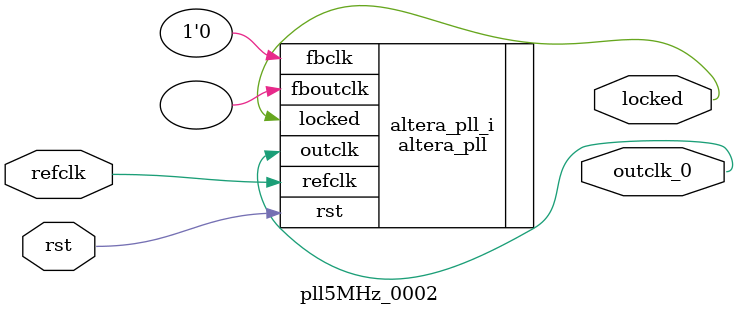
<source format=v>
`timescale 1ns/10ps
module  pll5MHz_0002(

	// interface 'refclk'
	input wire refclk,

	// interface 'reset'
	input wire rst,

	// interface 'outclk0'
	output wire outclk_0,

	// interface 'locked'
	output wire locked
);

	altera_pll #(
		.fractional_vco_multiplier("false"),
		.reference_clock_frequency("50.0 MHz"),
		.operation_mode("direct"),
		.number_of_clocks(1),
		.output_clock_frequency0("5.000000 MHz"),
		.phase_shift0("0 ps"),
		.duty_cycle0(50),
		.output_clock_frequency1("0 MHz"),
		.phase_shift1("0 ps"),
		.duty_cycle1(50),
		.output_clock_frequency2("0 MHz"),
		.phase_shift2("0 ps"),
		.duty_cycle2(50),
		.output_clock_frequency3("0 MHz"),
		.phase_shift3("0 ps"),
		.duty_cycle3(50),
		.output_clock_frequency4("0 MHz"),
		.phase_shift4("0 ps"),
		.duty_cycle4(50),
		.output_clock_frequency5("0 MHz"),
		.phase_shift5("0 ps"),
		.duty_cycle5(50),
		.output_clock_frequency6("0 MHz"),
		.phase_shift6("0 ps"),
		.duty_cycle6(50),
		.output_clock_frequency7("0 MHz"),
		.phase_shift7("0 ps"),
		.duty_cycle7(50),
		.output_clock_frequency8("0 MHz"),
		.phase_shift8("0 ps"),
		.duty_cycle8(50),
		.output_clock_frequency9("0 MHz"),
		.phase_shift9("0 ps"),
		.duty_cycle9(50),
		.output_clock_frequency10("0 MHz"),
		.phase_shift10("0 ps"),
		.duty_cycle10(50),
		.output_clock_frequency11("0 MHz"),
		.phase_shift11("0 ps"),
		.duty_cycle11(50),
		.output_clock_frequency12("0 MHz"),
		.phase_shift12("0 ps"),
		.duty_cycle12(50),
		.output_clock_frequency13("0 MHz"),
		.phase_shift13("0 ps"),
		.duty_cycle13(50),
		.output_clock_frequency14("0 MHz"),
		.phase_shift14("0 ps"),
		.duty_cycle14(50),
		.output_clock_frequency15("0 MHz"),
		.phase_shift15("0 ps"),
		.duty_cycle15(50),
		.output_clock_frequency16("0 MHz"),
		.phase_shift16("0 ps"),
		.duty_cycle16(50),
		.output_clock_frequency17("0 MHz"),
		.phase_shift17("0 ps"),
		.duty_cycle17(50),
		.pll_type("General"),
		.pll_subtype("General")
	) altera_pll_i (
		.rst	(rst),
		.outclk	({outclk_0}),
		.locked	(locked),
		.fboutclk	( ),
		.fbclk	(1'b0),
		.refclk	(refclk)
	);
endmodule


</source>
